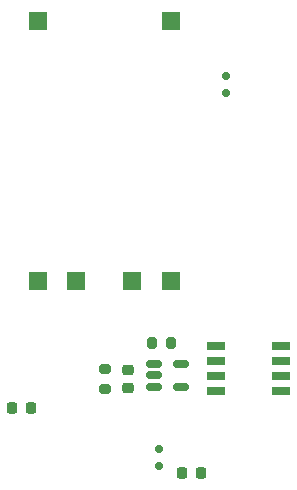
<source format=gbr>
%TF.GenerationSoftware,KiCad,Pcbnew,(7.0.0)*%
%TF.CreationDate,2023-11-14T13:40:16+01:00*%
%TF.ProjectId,PCB-light-challenge,5043422d-6c69-4676-9874-2d6368616c6c,rev?*%
%TF.SameCoordinates,Original*%
%TF.FileFunction,Paste,Top*%
%TF.FilePolarity,Positive*%
%FSLAX46Y46*%
G04 Gerber Fmt 4.6, Leading zero omitted, Abs format (unit mm)*
G04 Created by KiCad (PCBNEW (7.0.0)) date 2023-11-14 13:40:16*
%MOMM*%
%LPD*%
G01*
G04 APERTURE LIST*
G04 Aperture macros list*
%AMRoundRect*
0 Rectangle with rounded corners*
0 $1 Rounding radius*
0 $2 $3 $4 $5 $6 $7 $8 $9 X,Y pos of 4 corners*
0 Add a 4 corners polygon primitive as box body*
4,1,4,$2,$3,$4,$5,$6,$7,$8,$9,$2,$3,0*
0 Add four circle primitives for the rounded corners*
1,1,$1+$1,$2,$3*
1,1,$1+$1,$4,$5*
1,1,$1+$1,$6,$7*
1,1,$1+$1,$8,$9*
0 Add four rect primitives between the rounded corners*
20,1,$1+$1,$2,$3,$4,$5,0*
20,1,$1+$1,$4,$5,$6,$7,0*
20,1,$1+$1,$6,$7,$8,$9,0*
20,1,$1+$1,$8,$9,$2,$3,0*%
G04 Aperture macros list end*
%ADD10RoundRect,0.150000X-0.512500X-0.150000X0.512500X-0.150000X0.512500X0.150000X-0.512500X0.150000X0*%
%ADD11RoundRect,0.225000X-0.250000X0.225000X-0.250000X-0.225000X0.250000X-0.225000X0.250000X0.225000X0*%
%ADD12RoundRect,0.225000X-0.225000X-0.250000X0.225000X-0.250000X0.225000X0.250000X-0.225000X0.250000X0*%
%ADD13R,1.524000X1.524000*%
%ADD14RoundRect,0.150000X-0.200000X0.150000X-0.200000X-0.150000X0.200000X-0.150000X0.200000X0.150000X0*%
%ADD15RoundRect,0.200000X0.275000X-0.200000X0.275000X0.200000X-0.275000X0.200000X-0.275000X-0.200000X0*%
%ADD16RoundRect,0.150000X0.200000X-0.150000X0.200000X0.150000X-0.200000X0.150000X-0.200000X-0.150000X0*%
%ADD17RoundRect,0.200000X0.200000X0.275000X-0.200000X0.275000X-0.200000X-0.275000X0.200000X-0.275000X0*%
%ADD18RoundRect,0.023600X-0.741400X-0.271400X0.741400X-0.271400X0.741400X0.271400X-0.741400X0.271400X0*%
%ADD19RoundRect,0.023600X0.741400X0.271400X-0.741400X0.271400X-0.741400X-0.271400X0.741400X-0.271400X0*%
G04 APERTURE END LIST*
D10*
%TO.C,U2*%
X193470000Y-108385000D03*
X193470000Y-109335000D03*
X193470000Y-110285000D03*
X195745000Y-110285000D03*
X195745000Y-108385000D03*
%TD*%
D11*
%TO.C,C1*%
X191300000Y-108875000D03*
X191300000Y-110425000D03*
%TD*%
D12*
%TO.C,C5*%
X195890000Y-117570000D03*
X197440000Y-117570000D03*
%TD*%
%TO.C,C2*%
X181490000Y-112100000D03*
X183040000Y-112100000D03*
%TD*%
D13*
%TO.C,U1*%
X183629999Y-101309999D03*
X194879999Y-101309999D03*
X186879999Y-101309999D03*
X191629999Y-101309999D03*
X183629999Y-79309999D03*
X194879999Y-79309999D03*
%TD*%
D14*
%TO.C,D1*%
X199600000Y-84000000D03*
X199600000Y-85400000D03*
%TD*%
D15*
%TO.C,R1*%
X189290000Y-110475000D03*
X189290000Y-108825000D03*
%TD*%
D16*
%TO.C,D2*%
X193900000Y-115570000D03*
X193900000Y-116970000D03*
%TD*%
D17*
%TO.C,R2*%
X194930000Y-106575000D03*
X193280000Y-106575000D03*
%TD*%
D18*
%TO.C,U3*%
X198740000Y-106850000D03*
X198740000Y-108120000D03*
X198740000Y-109390000D03*
X198740000Y-110660000D03*
D19*
X204220000Y-110660000D03*
X204220000Y-109390000D03*
X204220000Y-108120000D03*
X204220000Y-106850000D03*
%TD*%
M02*

</source>
